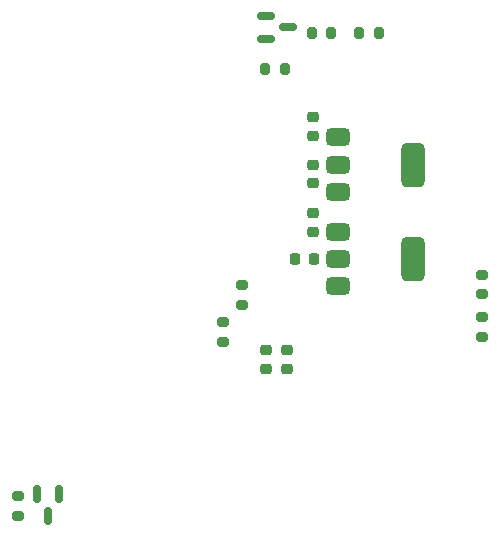
<source format=gbp>
G04 #@! TF.GenerationSoftware,KiCad,Pcbnew,8.0.4*
G04 #@! TF.CreationDate,2024-08-30T21:15:12+02:00*
G04 #@! TF.ProjectId,STARGLIDER_MainBoard_rev1,53544152-474c-4494-9445-525f4d61696e,rev?*
G04 #@! TF.SameCoordinates,Original*
G04 #@! TF.FileFunction,Paste,Bot*
G04 #@! TF.FilePolarity,Positive*
%FSLAX46Y46*%
G04 Gerber Fmt 4.6, Leading zero omitted, Abs format (unit mm)*
G04 Created by KiCad (PCBNEW 8.0.4) date 2024-08-30 21:15:12*
%MOMM*%
%LPD*%
G01*
G04 APERTURE LIST*
G04 Aperture macros list*
%AMRoundRect*
0 Rectangle with rounded corners*
0 $1 Rounding radius*
0 $2 $3 $4 $5 $6 $7 $8 $9 X,Y pos of 4 corners*
0 Add a 4 corners polygon primitive as box body*
4,1,4,$2,$3,$4,$5,$6,$7,$8,$9,$2,$3,0*
0 Add four circle primitives for the rounded corners*
1,1,$1+$1,$2,$3*
1,1,$1+$1,$4,$5*
1,1,$1+$1,$6,$7*
1,1,$1+$1,$8,$9*
0 Add four rect primitives between the rounded corners*
20,1,$1+$1,$2,$3,$4,$5,0*
20,1,$1+$1,$4,$5,$6,$7,0*
20,1,$1+$1,$6,$7,$8,$9,0*
20,1,$1+$1,$8,$9,$2,$3,0*%
G04 Aperture macros list end*
%ADD10RoundRect,0.200000X-0.275000X0.200000X-0.275000X-0.200000X0.275000X-0.200000X0.275000X0.200000X0*%
%ADD11RoundRect,0.200000X0.275000X-0.200000X0.275000X0.200000X-0.275000X0.200000X-0.275000X-0.200000X0*%
%ADD12RoundRect,0.225000X0.250000X-0.225000X0.250000X0.225000X-0.250000X0.225000X-0.250000X-0.225000X0*%
%ADD13RoundRect,0.225000X-0.250000X0.225000X-0.250000X-0.225000X0.250000X-0.225000X0.250000X0.225000X0*%
%ADD14RoundRect,0.375000X-0.625000X-0.375000X0.625000X-0.375000X0.625000X0.375000X-0.625000X0.375000X0*%
%ADD15RoundRect,0.500000X-0.500000X-1.400000X0.500000X-1.400000X0.500000X1.400000X-0.500000X1.400000X0*%
%ADD16RoundRect,0.225000X0.225000X0.250000X-0.225000X0.250000X-0.225000X-0.250000X0.225000X-0.250000X0*%
%ADD17RoundRect,0.150000X-0.150000X0.587500X-0.150000X-0.587500X0.150000X-0.587500X0.150000X0.587500X0*%
%ADD18RoundRect,0.200000X-0.200000X-0.275000X0.200000X-0.275000X0.200000X0.275000X-0.200000X0.275000X0*%
%ADD19RoundRect,0.200000X0.200000X0.275000X-0.200000X0.275000X-0.200000X-0.275000X0.200000X-0.275000X0*%
%ADD20RoundRect,0.150000X-0.587500X-0.150000X0.587500X-0.150000X0.587500X0.150000X-0.587500X0.150000X0*%
G04 APERTURE END LIST*
D10*
X112100000Y-105350000D03*
X112100000Y-107000000D03*
D11*
X134000000Y-103000000D03*
X134000000Y-101350000D03*
D12*
X115750000Y-109275000D03*
X115750000Y-107725000D03*
D13*
X119700000Y-92000000D03*
X119700000Y-93550000D03*
D14*
X121850000Y-94300000D03*
X121850000Y-92000000D03*
D15*
X128150000Y-92000000D03*
D14*
X121850000Y-89700000D03*
X121850000Y-102300000D03*
X121850000Y-100000000D03*
D15*
X128150000Y-100000000D03*
D14*
X121850000Y-97700000D03*
D16*
X119775000Y-100000000D03*
X118225000Y-100000000D03*
D12*
X119750000Y-97675000D03*
X119750000Y-96125000D03*
D17*
X97300000Y-121800000D03*
X96350000Y-119925000D03*
X98250000Y-119925000D03*
D13*
X117500000Y-107725000D03*
X117500000Y-109275000D03*
D10*
X113710000Y-102220000D03*
X113710000Y-103870000D03*
D12*
X119700000Y-89550000D03*
X119700000Y-88000000D03*
D18*
X123633000Y-80906000D03*
X125283000Y-80906000D03*
D11*
X94700000Y-121725000D03*
X94700000Y-120075000D03*
D19*
X117325000Y-83906000D03*
X115675000Y-83906000D03*
D10*
X134000000Y-104920000D03*
X134000000Y-106570000D03*
D18*
X119633000Y-80906000D03*
X121283000Y-80906000D03*
D20*
X117600000Y-80400000D03*
X115725000Y-81350000D03*
X115725000Y-79450000D03*
M02*

</source>
